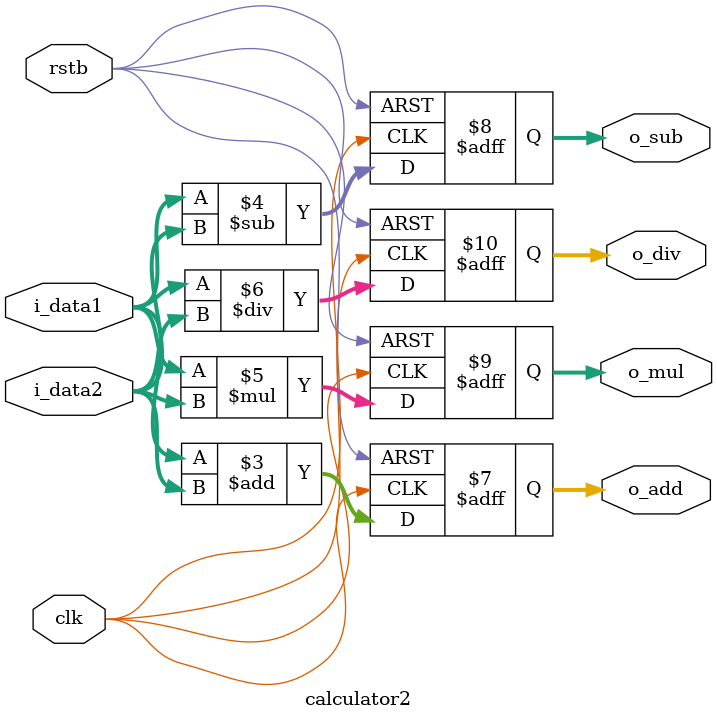
<source format=v>
module calculator2(o_add, o_sub, o_mul, o_div, clk, rstb, i_data1, i_data2);
input                 clk    ;
input                 rstb   ;

input       [5:0]     i_data1;
input       [5:0]     i_data2;

output  reg [6:0]     o_add;
output  reg [6:0]     o_sub;
output  reg [11:0]    o_mul;
output  reg [5:0]     o_div; 

always @(posedge clk or negedge rstb)
begin
  if(!rstb)
  begin
    o_add <=    0;
    o_sub <=    0;
    o_mul <=    0;
    o_div <=    0;
  end
  else
  begin
    o_add <=   i_data1 + i_data2 ;   //i_data1과 idata2 더하기 연산 수행
    o_sub <=   i_data1 - i_data2;   //i_data1과 idata2 빼기 연산 수행
    o_mul <=   i_data1 * i_data2;   //i_data1과 idata2 곱하기 연산 수행
    o_div <=    i_data1 / i_data2;   //i_data1과 idata2 나누기 연산 수행
  end
end

endmodule
</source>
